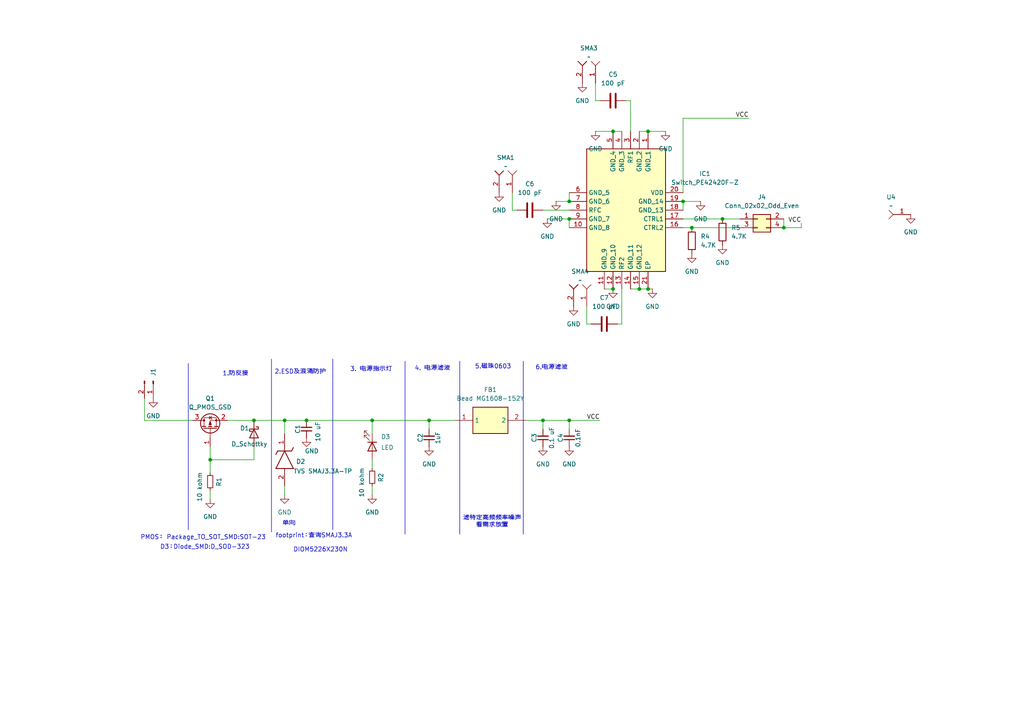
<source format=kicad_sch>
(kicad_sch (version 20231120) (generator "eeschema") (generator_version "8.0")
  (paper "A4")
  (lib_symbols
    (symbol "Connector:Conn_01x02_Pin" (pin_names (offset 1.016) hide)
      (property "Reference" "J" (at 0 2.54 0))
      (property "Value" "Conn_01x02_Pin" (at 0 -5.08 0))
      (symbol "Conn_01x02_Pin_1_1"
        (polyline (pts (xy 1.27 -2.54) (xy 0.8636 -2.54)) (stroke (width 0.1524)))
        (polyline (pts (xy 1.27 0) (xy 0.8636 0)) (stroke (width 0.1524)))
        (rectangle (start 0.8636 -2.413) (end 0 -2.667) (stroke (width 0.1524)) (fill (type outline)))
        (rectangle (start 0.8636 0.127) (end 0 -0.127) (stroke (width 0.1524)) (fill (type outline)))
        (pin passive line (at 5.08 0 180) (length 3.81) (name "Pin_1") (number "1"))
        (pin passive line (at 5.08 -2.54 180) (length 3.81) (name "Pin_2") (number "2"))
      )
    )
    (symbol "Connector_Generic:Conn_02x02_Odd_Even" (pin_names (offset 1.016) hide)
      (property "Reference" "J" (at 1.27 2.54 0))
      (property "Value" "Conn_02x02_Odd_Even" (at 1.27 -5.08 0))
      (symbol "Conn_02x02_Odd_Even_1_1"
        (rectangle (start -1.27 -2.413) (end 0 -2.667) (stroke (width 0.1524)))
        (rectangle (start -1.27 0.127) (end 0 -0.127) (stroke (width 0.1524)))
        (rectangle (start -1.27 1.27) (end 3.81 -3.81) (stroke (width 0.254)) (fill (type background)))
        (rectangle (start 3.81 -2.413) (end 2.54 -2.667) (stroke (width 0.1524)))
        (rectangle (start 3.81 0.127) (end 2.54 -0.127) (stroke (width 0.1524)))
        (pin passive line (at -5.08 0 0) (length 3.81) (name "Pin_1") (number "1"))
        (pin passive line (at 7.62 0 180) (length 3.81) (name "Pin_2") (number "2"))
        (pin passive line (at -5.08 -2.54 0) (length 3.81) (name "Pin_3") (number "3"))
        (pin passive line (at 7.62 -2.54 180) (length 3.81) (name "Pin_4") (number "4"))
      )
    )
    (symbol "Device:C" (pin_numbers hide) (pin_names (offset 0.254))
      (property "Reference" "C" (at 0.635 2.54 0))
      (property "Value" "C" (at 0.635 -2.54 0))
      (symbol "C_0_1"
        (polyline (pts (xy -2.032 -0.762) (xy 2.032 -0.762)) (stroke (width 0.508)))
        (polyline (pts (xy -2.032 0.762) (xy 2.032 0.762)) (stroke (width 0.508)))
      )
      (symbol "C_1_1"
        (pin passive line (at 0 3.81 270) (length 2.794) (name "~") (number "1"))
        (pin passive line (at 0 -3.81 90) (length 2.794) (name "~") (number "2"))
      )
    )
    (symbol "Device:C_Small" (pin_numbers hide) (pin_names (offset 0.254) hide)
      (property "Reference" "C" (at 0.254 1.778 0))
      (property "Value" "C_Small" (at 0.254 -2.032 0))
      (symbol "C_Small_0_1"
        (polyline (pts (xy -1.524 -0.508) (xy 1.524 -0.508)) (stroke (width 0.3302)))
        (polyline (pts (xy -1.524 0.508) (xy 1.524 0.508)) (stroke (width 0.3048)))
      )
      (symbol "C_Small_1_1"
        (pin passive line (at 0 2.54 270) (length 2.032) (name "~") (number "1"))
        (pin passive line (at 0 -2.54 90) (length 2.032) (name "~") (number "2"))
      )
    )
    (symbol "Device:D_Schottky" (pin_numbers hide) (pin_names (offset 1.016) hide)
      (property "Reference" "D" (at 0 2.54 0))
      (property "Value" "D_Schottky" (at 0 -2.54 0))
      (symbol "D_Schottky_0_1"
        (polyline (pts (xy 1.27 0) (xy -1.27 0)))
        (polyline (pts (xy 1.27 1.27) (xy 1.27 -1.27) (xy -1.27 0) (xy 1.27 1.27)) (stroke (width 0.254)))
        (polyline (pts (xy -1.905 0.635) (xy -1.905 1.27) (xy -1.27 1.27) (xy -1.27 -1.27) (xy -0.635 -1.27) (xy -0.635 -0.635)) (stroke (width 0.254)))
      )
      (symbol "D_Schottky_1_1"
        (pin passive line (at -3.81 0 0) (length 2.54) (name "K") (number "1"))
        (pin passive line (at 3.81 0 180) (length 2.54) (name "A") (number "2"))
      )
    )
    (symbol "Device:LED" (pin_numbers hide) (pin_names (offset 1.016) hide)
      (property "Reference" "D" (at 0 2.54 0))
      (property "Value" "LED" (at 0 -2.54 0))
      (symbol "LED_0_1"
        (polyline (pts (xy -1.27 -1.27) (xy -1.27 1.27)) (stroke (width 0.254)))
        (polyline (pts (xy -1.27 0) (xy 1.27 0)))
        (polyline (pts (xy 1.27 -1.27) (xy 1.27 1.27) (xy -1.27 0) (xy 1.27 -1.27)) (stroke (width 0.254)))
        (polyline (pts (xy -3.048 -0.762) (xy -4.572 -2.286) (xy -3.81 -2.286) (xy -4.572 -2.286) (xy -4.572 -1.524)))
        (polyline (pts (xy -1.778 -0.762) (xy -3.302 -2.286) (xy -2.54 -2.286) (xy -3.302 -2.286) (xy -3.302 -1.524)))
      )
      (symbol "LED_1_1"
        (pin passive line (at -3.81 0 0) (length 2.54) (name "K") (number "1"))
        (pin passive line (at 3.81 0 180) (length 2.54) (name "A") (number "2"))
      )
    )
    (symbol "Device:Q_PMOS_GSD" (pin_names (offset 0) hide)
      (property "Reference" "Q" (at 5.08 1.27 0))
      (property "Value" "Q_PMOS_GSD" (at 5.08 -1.27 0))
      (symbol "Q_PMOS_GSD_0_1"
        (polyline (pts (xy 0.254 0) (xy -2.54 0)))
        (polyline (pts (xy 0.254 1.905) (xy 0.254 -1.905)) (stroke (width 0.254)))
        (polyline (pts (xy 0.762 -1.27) (xy 0.762 -2.286)) (stroke (width 0.254)))
        (polyline (pts (xy 0.762 0.508) (xy 0.762 -0.508)) (stroke (width 0.254)))
        (polyline (pts (xy 0.762 2.286) (xy 0.762 1.27)) (stroke (width 0.254)))
        (polyline (pts (xy 2.54 2.54) (xy 2.54 1.778)))
        (polyline (pts (xy 2.54 -2.54) (xy 2.54 0) (xy 0.762 0)))
        (polyline (pts (xy 0.762 1.778) (xy 3.302 1.778) (xy 3.302 -1.778) (xy 0.762 -1.778)))
        (polyline (pts (xy 2.286 0) (xy 1.27 0.381) (xy 1.27 -0.381) (xy 2.286 0)) (fill (type outline)))
        (polyline (pts (xy 2.794 -0.508) (xy 2.921 -0.381) (xy 3.683 -0.381) (xy 3.81 -0.254)))
        (polyline (pts (xy 3.302 -0.381) (xy 2.921 0.254) (xy 3.683 0.254) (xy 3.302 -0.381)))
        (circle (center 1.651 0) (radius 2.794) (stroke (width 0.254)))
        (circle (center 2.54 -1.778) (radius 0.254) (fill (type outline)))
        (circle (center 2.54 1.778) (radius 0.254) (fill (type outline)))
      )
      (symbol "Q_PMOS_GSD_1_1"
        (pin input line (at -5.08 0 0) (length 2.54) (name "G") (number "1"))
        (pin passive line (at 2.54 -5.08 90) (length 2.54) (name "S") (number "2"))
        (pin passive line (at 2.54 5.08 270) (length 2.54) (name "D") (number "3"))
      )
    )
    (symbol "Device:R" (pin_numbers hide) (pin_names (offset 0))
      (property "Reference" "R" (at 2.032 0 90))
      (property "Value" "R" (at 0 0 90))
      (symbol "R_0_1"
        (rectangle (start -1.016 -2.54) (end 1.016 2.54) (stroke (width 0.254)))
      )
      (symbol "R_1_1"
        (pin passive line (at 0 3.81 270) (length 1.27) (name "~") (number "1"))
        (pin passive line (at 0 -3.81 90) (length 1.27) (name "~") (number "2"))
      )
    )
    (symbol "Device:R_Small" (pin_numbers hide) (pin_names (offset 0.254) hide)
      (property "Reference" "R" (at 0.762 0.508 0))
      (property "Value" "R_Small" (at 0.762 -1.016 0))
      (symbol "R_Small_0_1"
        (rectangle (start -0.762 1.778) (end 0.762 -1.778) (stroke (width 0.2032)))
      )
      (symbol "R_Small_1_1"
        (pin passive line (at 0 2.54 270) (length 0.762) (name "~") (number "1"))
        (pin passive line (at 0 -2.54 90) (length 0.762) (name "~") (number "2"))
      )
    )
    (symbol "MUSIC_LAB:Bead MG1608-152Y"
      (property "Reference" "FB" (at 16.51 7.62 0))
      (property "Value" "Bead MG1608-152Y" (at 16.51 5.08 0))
      (symbol "Bead MG1608-152Y_1_1"
        (rectangle (start 5.08 2.54) (end 15.24 -5.08) (stroke (width 0.254)) (fill (type background)))
        (pin passive line (at 0 -1.27 0) (length 5.08) (name "1") (number "1"))
        (pin passive line (at 20.32 -1.27 180) (length 5.08) (name "2") (number "2"))
      )
    )
    (symbol "MUSIC_LAB:SMA"
      (property "Reference" "SMA" (at 1.27 -1.27 0))
      (symbol "SMA_0_1"
        (polyline (pts (xy -1.27 1.27) (xy -2.54 0)))
        (polyline (pts (xy -1.27 1.27) (xy -2.54 0)))
        (polyline (pts (xy -1.27 1.27) (xy -2.54 0)))
        (polyline (pts (xy -1.27 1.27) (xy -2.54 0)))
        (polyline (pts (xy -1.27 1.27) (xy -2.54 2.54)))
        (polyline (pts (xy -1.27 1.27) (xy -2.54 2.54)))
        (polyline (pts (xy -1.27 1.27) (xy -2.54 2.54)))
        (polyline (pts (xy -1.27 1.27) (xy -2.54 2.54)))
        (polyline (pts (xy -1.27 5.08) (xy -2.54 3.81)))
        (polyline (pts (xy -1.27 5.08) (xy -2.54 6.35)))
      )
      (symbol "SMA_1_1"
        (pin passive line (at 3.81 5.08 180) (length 5.08) (name "") (number "1"))
        (pin passive line (at 3.81 1.27 180) (length 5.08) (name "") (number "2"))
      )
    )
    (symbol "MUSIC_LAB:Switch_PE42420F-Z"
      (property "Reference" "IC" (at 29.21 17.78 0))
      (property "Value" "Switch_PE42420F-Z" (at 29.21 15.24 0))
      (symbol "Switch_PE42420F-Z_1_1"
        (rectangle (start 5.08 12.7) (end 27.94 -22.86) (stroke (width 0.254)) (fill (type background)))
        (pin passive line (at 10.16 -27.94 90) (length 5.08) (name "GND_1") (number "1"))
        (pin passive line (at 33.02 0 180) (length 5.08) (name "GND_8") (number "10"))
        (pin passive line (at 22.86 17.78 270) (length 5.08) (name "GND_9") (number "11"))
        (pin passive line (at 20.32 17.78 270) (length 5.08) (name "GND_10") (number "12"))
        (pin passive line (at 17.78 17.78 270) (length 5.08) (name "RF2") (number "13"))
        (pin passive line (at 15.24 17.78 270) (length 5.08) (name "GND_11") (number "14"))
        (pin passive line (at 12.7 17.78 270) (length 5.08) (name "GND_12") (number "15"))
        (pin passive line (at 0 0 0) (length 5.08) (name "CTRL2") (number "16"))
        (pin passive line (at 0 -2.54 0) (length 5.08) (name "CTRL1") (number "17"))
        (pin passive line (at 0 -5.08 0) (length 5.08) (name "GND_13") (number "18"))
        (pin passive line (at 0 -7.62 0) (length 5.08) (name "GND_14") (number "19"))
        (pin passive line (at 12.7 -27.94 90) (length 5.08) (name "GND_2") (number "2"))
        (pin passive line (at 0 -10.16 0) (length 5.08) (name "VDD") (number "20"))
        (pin passive line (at 10.16 17.78 270) (length 5.08) (name "EP") (number "21"))
        (pin passive line (at 15.24 -27.94 90) (length 5.08) (name "RF1") (number "3"))
        (pin passive line (at 17.78 -27.94 90) (length 5.08) (name "GND_3") (number "4"))
        (pin passive line (at 20.32 -27.94 90) (length 5.08) (name "GND_4") (number "5"))
        (pin passive line (at 33.02 -10.16 180) (length 5.08) (name "GND_5") (number "6"))
        (pin passive line (at 33.02 -7.62 180) (length 5.08) (name "GND_6") (number "7"))
        (pin passive line (at 33.02 -5.08 180) (length 5.08) (name "RFC") (number "8"))
        (pin passive line (at 33.02 -2.54 180) (length 5.08) (name "GND_7") (number "9"))
      )
    )
    (symbol "MUSIC_LAB:TVS SMAJ3.3A-TP" (pin_names hide)
      (property "Reference" "D" (at 10.16 8.89 0))
      (property "Value" "TVS SMAJ3.3A-TP" (at 2.54 6.096 0))
      (symbol "TVS SMAJ3.3A-TP_1_1"
        (polyline (pts (xy 4.064 2.54) (xy 5.08 2.032)) (stroke (width 0.254)))
        (polyline (pts (xy 5.08 -2.032) (xy 5.08 2.032)) (stroke (width 0.254)))
        (polyline (pts (xy 5.08 -2.032) (xy 6.096 -2.54)) (stroke (width 0.254)))
        (polyline (pts (xy 5.08 0) (xy 10.16 2.54)) (stroke (width 0.254)))
        (polyline (pts (xy 10.16 -2.54) (xy 5.08 0)) (stroke (width 0.254)))
        (polyline (pts (xy 10.16 -2.54) (xy 10.16 2.54)) (stroke (width 0.254)))
        (pin passive line (at 0 0 0) (length 5.08) (name "K") (number "1"))
        (pin passive line (at 15.24 0 180) (length 5.08) (name "A") (number "2"))
      )
    )
    (symbol "MUSIC_LAB:Via_GND"
      (property "Reference" "U" (at 0 0 0))
      (symbol "Via_GND_0_1"
        (polyline (pts (xy -3.81 3.81) (xy -5.08 2.54)))
        (polyline (pts (xy -3.81 3.81) (xy -5.08 5.08)))
      )
      (symbol "Via_GND_1_1"
        (pin passive line (at 1.27 3.81 180) (length 5.08) (name "") (number "1"))
      )
    )
    (symbol "power:GND" (power) (pin_numbers hide) (pin_names (offset 0) hide)
      (property "Value" "GND" (at 0 -3.81 0))
      (symbol "GND_0_1"
        (polyline (pts (xy 0 0) (xy 0 -1.27) (xy 1.27 -1.27) (xy 0 -2.54) (xy -1.27 -1.27) (xy 0 -1.27)))
      )
      (symbol "GND_1_1"
        (pin power_in line (at 0 0 270) (length 0) (name "~") (number "1"))
      )
    )
  )
  (junction (at 187.96 38.1))
  (junction (at 82.55 121.92))
  (junction (at 60.96 133.35))
  (junction (at 177.8 83.82))
  (junction (at 198.12 58.42))
  (junction (at 165.1 63.5))
  (junction (at 185.42 83.82))
  (junction (at 107.95 121.92))
  (junction (at 187.96 83.82))
  (junction (at 200.66 66.04))
  (junction (at 124.46 121.92))
  (junction (at 227.33 66.04))
  (junction (at 73.66 121.92))
  (junction (at 177.8 38.1))
  (junction (at 88.9 121.92))
  (junction (at 165.1 58.42))
  (junction (at 157.48 121.92))
  (junction (at 209.55 63.5))
  (junction (at 165.1 121.92))
  (wire (pts (xy 198.12 66.04) (xy 200.66 66.04)))
  (wire (pts (xy 82.55 125.73) (xy 82.55 121.92)))
  (polyline (pts (xy 117.475 104.775) (xy 117.475 154.94)))
  (wire (pts (xy 182.88 29.21) (xy 182.88 38.1)))
  (wire (pts (xy 181.61 29.21) (xy 182.88 29.21)))
  (wire (pts (xy 157.48 121.92) (xy 165.1 121.92)))
  (wire (pts (xy 198.12 34.29) (xy 217.17 34.29)))
  (wire (pts (xy 66.04 121.92) (xy 73.66 121.92)))
  (wire (pts (xy 180.34 83.82) (xy 180.34 93.98)))
  (wire (pts (xy 73.66 133.35) (xy 60.96 133.35)))
  (wire (pts (xy 157.48 121.92) (xy 157.48 124.46)))
  (wire (pts (xy 107.95 125.73) (xy 107.95 121.92)))
  (wire (pts (xy 173.99 29.21) (xy 172.72 29.21)))
  (wire (pts (xy 107.95 121.92) (xy 124.46 121.92)))
  (wire (pts (xy 82.55 143.51) (xy 82.55 140.97)))
  (wire (pts (xy 165.1 63.5) (xy 165.1 66.04)))
  (wire (pts (xy 60.96 137.16) (xy 60.96 133.35)))
  (wire (pts (xy 165.1 121.92) (xy 173.99 121.92)))
  (wire (pts (xy 148.59 55.88) (xy 148.59 60.96)))
  (wire (pts (xy 198.12 55.88) (xy 198.12 34.29)))
  (wire (pts (xy 187.96 83.82) (xy 189.23 83.82)))
  (wire (pts (xy 165.1 121.92) (xy 165.1 124.46)))
  (polyline (pts (xy 151.765 104.775) (xy 151.765 154.94)))
  (wire (pts (xy 198.12 58.42) (xy 203.2 58.42)))
  (wire (pts (xy 107.95 143.51) (xy 107.95 140.97)))
  (polyline (pts (xy 133.35 104.775) (xy 133.35 154.94)))
  (wire (pts (xy 152.4 121.92) (xy 157.48 121.92)))
  (wire (pts (xy 185.42 83.82) (xy 187.96 83.82)))
  (wire (pts (xy 172.72 38.1) (xy 177.8 38.1)))
  (wire (pts (xy 124.46 121.92) (xy 132.08 121.92)))
  (wire (pts (xy 170.18 88.9) (xy 170.18 93.98)))
  (wire (pts (xy 41.91 121.92) (xy 55.88 121.92)))
  (wire (pts (xy 165.1 58.42) (xy 161.29 58.42)))
  (wire (pts (xy 171.45 93.98) (xy 170.18 93.98)))
  (wire (pts (xy 209.55 63.5) (xy 214.63 63.5)))
  (wire (pts (xy 177.8 38.1) (xy 180.34 38.1)))
  (wire (pts (xy 124.46 121.92) (xy 124.46 124.46)))
  (wire (pts (xy 180.34 93.98) (xy 179.07 93.98)))
  (wire (pts (xy 232.41 66.04) (xy 227.33 66.04)))
  (wire (pts (xy 165.1 55.88) (xy 165.1 58.42)))
  (wire (pts (xy 60.96 144.78) (xy 60.96 142.24)))
  (wire (pts (xy 149.86 60.96) (xy 148.59 60.96)))
  (wire (pts (xy 227.33 63.5) (xy 227.33 66.04)))
  (wire (pts (xy 73.66 121.92) (xy 82.55 121.92)))
  (wire (pts (xy 165.1 63.5) (xy 158.75 63.5)))
  (wire (pts (xy 187.96 38.1) (xy 193.04 38.1)))
  (wire (pts (xy 198.12 58.42) (xy 198.12 60.96)))
  (wire (pts (xy 73.66 129.54) (xy 73.66 133.35)))
  (polyline (pts (xy 78.74 104.14) (xy 78.74 154.305)))
  (wire (pts (xy 60.96 133.35) (xy 60.96 129.54)))
  (polyline (pts (xy 54.61 105.41) (xy 54.61 153.67)))
  (wire (pts (xy 232.41 64.77) (xy 232.41 66.04)))
  (wire (pts (xy 185.42 38.1) (xy 187.96 38.1)))
  (wire (pts (xy 182.88 83.82) (xy 185.42 83.82)))
  (wire (pts (xy 88.9 121.92) (xy 107.95 121.92)))
  (wire (pts (xy 172.72 24.13) (xy 172.72 29.21)))
  (wire (pts (xy 41.91 121.92) (xy 41.91 115.57)))
  (polyline (pts (xy 96.52 104.14) (xy 96.52 153.67)))
  (wire (pts (xy 107.95 135.89) (xy 107.95 133.35)))
  (wire (pts (xy 175.26 83.82) (xy 177.8 83.82)))
  (wire (pts (xy 165.1 60.96) (xy 157.48 60.96)))
  (wire (pts (xy 198.12 63.5) (xy 209.55 63.5)))
  (wire (pts (xy 82.55 121.92) (xy 88.9 121.92)))
  (wire (pts (xy 200.66 66.04) (xy 214.63 66.04)))
  (text "单向" (at 83.82 151.892 0) (effects (font (size 1.27 1.27))))
  (text "1.防反接" (at 68.326 108.458 0) (effects (font (size 1.27 1.27))))
  (text "PMOS： Package_TO_SOT_SMD:SOT-23" (at 58.928 155.956 0) (effects (font (size 1.27 1.27))))
  (text "footprint：查询SMAJ3.3A    \n\nDIOM5226X230N" (at 92.964 157.48 0) (effects (font (size 1.27 1.27))))
  (text "4. 电源滤波" (at 125.476 106.934 0) (effects (font (size 1.27 1.27))))
  (text "D3：Diode_SMD:D_SOD-323" (at 59.436 158.75 0) (effects (font (size 1.27 1.27))))
  (text "3. 电源指示灯" (at 107.696 107.188 0) (effects (font (size 1.27 1.27))))
  (text "滤特定高频频率噪声\n看需求放置" (at 142.748 151.384 0) (effects (font (size 1.27 1.27))))
  (text "5.磁珠0603" (at 143.002 106.426 0) (effects (font (size 1.27 1.27))))
  (text "6.电源滤波" (at 160.02 106.68 0) (effects (font (size 1.27 1.27))))
  (text "2.ESD及浪涌防护" (at 87.122 107.95 0) (effects (font (size 1.27 1.27))))
  (label "VCC" (at 232.41 64.77 180))
  (label "VCC" (at 173.99 121.92 180))
  (label "VCC" (at 217.17 34.29 180))
  (symbol (lib_id "power:GND") (at 264.16 62.23 0) (mirror y) (unit 1)
    (property "Reference" "#PWR029" (effects (hide yes)))
    (property "Value" "GND" (at 264.16 67.31 0))
    (property "Description" "Power symbol creates a global label with name \"GND\" , ground" (effects (hide yes)))
  )
  (symbol (lib_id "power:GND") (at 44.45 115.57 0) (unit 1)
    (property "Reference" "#PWR01" (effects (hide yes)))
    (property "Value" "GND" (at 44.45 120.65 0))
    (property "Description" "Power symbol creates a global label with name \"GND\" , ground" (effects (hide yes)))
  )
  (symbol (lib_id "power:GND") (at 166.37 88.9 0) (unit 1)
    (property "Reference" "#PWR010" (effects (hide yes)))
    (property "Value" "GND" (at 166.37 93.98 0))
    (property "Description" "Power symbol creates a global label with name \"GND\" , ground" (effects (hide yes)))
  )
  (symbol (lib_id "Device:R") (at 209.55 67.31 180) (unit 1)
    (property "Reference" "R5" (at 212.09 66.0399 0) (effects (justify right)))
    (property "Value" "4.7K" (at 212.09 68.5799 0) (effects (justify right)))
    (property "Footprint" "Resistor_SMD:R_0402_1005Metric" (effects (hide yes)))
    (property "Description" "Resistor" (effects (hide yes)))
  )
  (symbol (lib_id "power:GND") (at 157.48 129.54 0) (unit 1)
    (property "Reference" "#PWR016" (effects (hide yes)))
    (property "Value" "GND" (at 157.48 134.62 0))
    (property "Description" "Power symbol creates a global label with name \"GND\" , ground" (effects (hide yes)))
  )
  (symbol (lib_id "power:GND") (at 60.96 144.78 0) (unit 1)
    (property "Reference" "#PWR02" (effects (hide yes)))
    (property "Value" "GND" (at 60.96 149.86 0))
    (property "Description" "Power symbol creates a global label with name \"GND\" , ground" (effects (hide yes)))
  )
  (symbol (lib_id "Device:C") (at 177.8 29.21 90) (unit 1)
    (property "Reference" "C5" (at 177.8 21.59 90))
    (property "Value" "100 pF" (at 177.8 24.13 90))
    (property "Footprint" "Capacitor_SMD:C_0402_1005Metric" (effects (hide yes)))
    (property "Description" "Unpolarized capacitor" (effects (hide yes)))
  )
  (symbol (lib_id "Device:Q_PMOS_GSD") (at 60.96 124.46 90) (unit 1)
    (property "Reference" "Q1" (at 60.96 115.57 90))
    (property "Value" "Q_PMOS_GSD" (at 60.96 118.11 90))
    (property "Footprint" "Package_TO_SOT_SMD:SOT-23" (effects (hide yes)))
    (property "Description" "P-MOSFET transistor, gate/source/drain" (effects (hide yes)))
  )
  (symbol (lib_id "MUSIC_LAB:SMA") (at 143.51 52.07 270) (unit 1)
    (property "Reference" "SMA1" (at 146.685 45.72 90))
    (property "Value" "~" (at 146.685 48.26 90))
    (property "Footprint" "MUSIC_Lab:SMA_KHD_Back" (effects (hide yes)))
  )
  (symbol (lib_id "Device:C") (at 175.26 93.98 90) (unit 1)
    (property "Reference" "C7" (at 175.26 86.36 90))
    (property "Value" "100 pF" (at 175.26 88.9 90))
    (property "Footprint" "Capacitor_SMD:C_0402_1005Metric" (effects (hide yes)))
    (property "Description" "Unpolarized capacitor" (effects (hide yes)))
  )
  (symbol (lib_id "Device:LED") (at 107.95 129.54 270) (unit 1)
    (property "Reference" "D3" (at 110.49 126.6824 90) (effects (justify left)))
    (property "Value" "LED" (at 110.49 129.794 90) (effects (justify left)))
    (property "Footprint" "LED_SMD:LED_0603_1608Metric_Pad1.05x0.95mm_HandSolder" (effects (hide yes)))
    (property "Description" "Light emitting diode" (effects (hide yes)))
  )
  (symbol (lib_id "power:GND") (at 200.66 73.66 0) (mirror y) (unit 1)
    (property "Reference" "#PWR021" (effects (hide yes)))
    (property "Value" "GND" (at 200.66 78.74 0))
    (property "Description" "Power symbol creates a global label with name \"GND\" , ground" (effects (hide yes)))
  )
  (symbol (lib_id "power:GND") (at 161.29 58.42 0) (unit 1)
    (property "Reference" "#PWR09" (effects (hide yes)))
    (property "Value" "GND" (at 161.29 63.5 0))
    (property "Description" "Power symbol creates a global label with name \"GND\" , ground" (effects (hide yes)))
  )
  (symbol (lib_id "power:GND") (at 177.8 83.82 0) (unit 1)
    (property "Reference" "#PWR012" (effects (hide yes)))
    (property "Value" "GND" (at 177.8 88.9 0))
    (property "Description" "Power symbol creates a global label with name \"GND\" , ground" (effects (hide yes)))
  )
  (symbol (lib_id "power:GND") (at 107.95 143.51 0) (unit 1)
    (property "Reference" "#PWR08" (effects (hide yes)))
    (property "Value" "GND" (at 107.95 148.59 0))
    (property "Description" "Power symbol creates a global label with name \"GND\" , ground" (effects (hide yes)))
  )
  (symbol (lib_id "power:GND") (at 82.55 143.51 0) (unit 1)
    (property "Reference" "#PWR04" (effects (hide yes)))
    (property "Value" "GND" (at 82.55 148.59 0))
    (property "Description" "Power symbol creates a global label with name \"GND\" , ground" (effects (hide yes)))
  )
  (symbol (lib_id "MUSIC_LAB:Switch_PE42420F-Z") (at 198.12 66.04 180) (unit 1)
    (property "Reference" "IC1" (at 204.47 50.3838 0))
    (property "Value" "Switch_PE42420F-Z" (at 204.47 52.9238 0))
    (property "Footprint" "MUSIC_Lab:Switch_PE42420FZ" (effects (hide yes)))
    (property "Datasheet" "https://www.psemi.com/pdf/datasheets/pe42420ds.pdf" (effects (hide yes)))
    (property "Description" "RF Switch IC SPDT 6 GHz 50Ohm 20-LGA (4x4)" (effects (hide yes)))
    (property "Height" "1.01" (effects (hide yes)))
    (property "Manufacturer_Name" "Peregrine Semiconductor" (effects (hide yes)))
    (property "Manufacturer_Part_Number" "PE42420F-Z" (effects (hide yes)))
  )
  (symbol (lib_id "MUSIC_LAB:SMA") (at 167.64 20.32 270) (unit 1)
    (property "Reference" "SMA3" (at 170.815 13.97 90))
    (property "Value" "~" (at 170.815 16.51 90))
    (property "Footprint" "MUSIC_Lab:SMA_KHD_Back" (effects (hide yes)))
  )
  (symbol (lib_id "Device:R") (at 200.66 69.85 180) (unit 1)
    (property "Reference" "R4" (at 203.2 68.5799 0) (effects (justify right)))
    (property "Value" "4.7K" (at 203.2 71.1199 0) (effects (justify right)))
    (property "Footprint" "Resistor_SMD:R_0402_1005Metric" (effects (hide yes)))
    (property "Description" "Resistor" (effects (hide yes)))
  )
  (symbol (lib_id "power:GND") (at 209.55 71.12 0) (mirror y) (unit 1)
    (property "Reference" "#PWR022" (effects (hide yes)))
    (property "Value" "GND" (at 209.55 76.2 0))
    (property "Description" "Power symbol creates a global label with name \"GND\" , ground" (effects (hide yes)))
  )
  (symbol (lib_id "Device:C_Small") (at 88.9 124.46 180) (unit 1)
    (property "Reference" "C1" (at 86.36 124.46 90))
    (property "Value" "10 uF" (at 92.202 125.222 90))
    (property "Footprint" "Capacitor_SMD:C_0402_1005Metric" (effects (hide yes)))
    (property "Description" "Unpolarized capacitor, small symbol" (effects (hide yes)))
  )
  (symbol (lib_id "power:GND") (at 168.91 24.13 0) (unit 1)
    (property "Reference" "#PWR03" (effects (hide yes)))
    (property "Value" "GND" (at 168.91 29.21 0))
    (property "Description" "Power symbol creates a global label with name \"GND\" , ground" (effects (hide yes)))
  )
  (symbol (lib_id "MUSIC_LAB:SMA") (at 165.1 85.09 270) (unit 1)
    (property "Reference" "SMA4" (at 168.275 78.74 90))
    (property "Value" "~" (at 168.275 81.28 90))
    (property "Footprint" "MUSIC_Lab:SMA_KHD_Back" (effects (hide yes)))
  )
  (symbol (lib_id "Connector_Generic:Conn_02x02_Odd_Even") (at 219.71 63.5 0) (unit 1)
    (property "Reference" "J4" (at 220.98 57.15 0))
    (property "Value" "Conn_02x02_Odd_Even" (at 220.98 59.69 0))
    (property "Footprint" "Connector_PinSocket_2.54mm:PinSocket_2x02_P2.54mm_Vertical" (effects (hide yes)))
    (property "Description" "Generic connector, double row, 02x02, odd/even pin numbering scheme (row 1 odd numbers, row 2 even numbers), script generated (kicad-library-utils/schlib/autogen/connector/)" (effects (hide yes)))
  )
  (symbol (lib_id "power:GND") (at 88.9 127 0) (unit 1)
    (property "Reference" "#PWR06" (effects (hide yes)))
    (property "Value" "GND" (at 90.424 130.81 0))
    (property "Description" "Power symbol creates a global label with name \"GND\" , ground" (effects (hide yes)))
  )
  (symbol (lib_id "power:GND") (at 189.23 83.82 0) (unit 1)
    (property "Reference" "#PWR011" (effects (hide yes)))
    (property "Value" "GND" (at 189.23 88.9 0))
    (property "Description" "Power symbol creates a global label with name \"GND\" , ground" (effects (hide yes)))
  )
  (symbol (lib_id "Device:C_Small") (at 165.1 127 180) (unit 1)
    (property "Reference" "C4" (at 162.56 127 90))
    (property "Value" "0.1nF" (at 167.64 127 90))
    (property "Footprint" "Capacitor_SMD:C_0402_1005Metric" (effects (hide yes)))
    (property "Description" "Unpolarized capacitor, small symbol" (effects (hide yes)))
  )
  (symbol (lib_id "power:GND") (at 124.46 129.54 0) (unit 1)
    (property "Reference" "#PWR013" (effects (hide yes)))
    (property "Value" "GND" (at 124.46 134.62 0))
    (property "Description" "Power symbol creates a global label with name \"GND\" , ground" (effects (hide yes)))
  )
  (symbol (lib_id "power:GND") (at 144.78 55.88 0) (unit 1)
    (property "Reference" "#PWR05" (effects (hide yes)))
    (property "Value" "GND" (at 144.78 60.96 0))
    (property "Description" "Power symbol creates a global label with name \"GND\" , ground" (effects (hide yes)))
  )
  (symbol (lib_id "power:GND") (at 172.72 38.1 0) (unit 1)
    (property "Reference" "#PWR014" (effects (hide yes)))
    (property "Value" "GND" (at 172.72 43.18 0))
    (property "Description" "Power symbol creates a global label with name \"GND\" , ground" (effects (hide yes)))
  )
  (symbol (lib_id "power:GND") (at 193.04 38.1 0) (unit 1)
    (property "Reference" "#PWR015" (effects (hide yes)))
    (property "Value" "GND" (at 193.04 43.18 0))
    (property "Description" "Power symbol creates a global label with name \"GND\" , ground" (effects (hide yes)))
  )
  (symbol (lib_id "Device:C_Small") (at 124.46 127 180) (unit 1)
    (property "Reference" "C2" (at 121.92 127 90))
    (property "Value" "1uF" (at 127 127 90))
    (property "Footprint" "Capacitor_SMD:C_0402_1005Metric" (effects (hide yes)))
    (property "Description" "Unpolarized capacitor, small symbol" (effects (hide yes)))
  )
  (symbol (lib_id "MUSIC_LAB:Via_GND") (at 262.89 66.04 0) (unit 1)
    (property "Reference" "U4" (at 258.445 57.15 0))
    (property "Value" "~" (at 258.445 59.69 0))
    (property "Footprint" "MUSIC_Lab:Outline_3x2_cavity_1.5mm" (effects (hide yes)))
  )
  (symbol (lib_id "Device:D_Schottky") (at 73.66 125.73 270) (unit 1)
    (property "Reference" "D1" (at 69.596 124.206 90) (effects (justify left)))
    (property "Value" "D_Schottky" (at 67.056 128.778 90) (effects (justify left)))
    (property "Footprint" "Diode_SMD:D_SOD-323" (effects (hide yes)))
    (property "Description" "Schottky diode" (effects (hide yes)))
  )
  (symbol (lib_id "power:GND") (at 165.1 129.54 0) (unit 1)
    (property "Reference" "#PWR017" (effects (hide yes)))
    (property "Value" "GND" (at 165.1 134.62 0))
    (property "Description" "Power symbol creates a global label with name \"GND\" , ground" (effects (hide yes)))
  )
  (symbol (lib_id "Device:R_Small") (at 60.96 139.7 180) (unit 1)
    (property "Reference" "R1" (at 63.5 138.43 90) (effects (justify left)))
    (property "Value" "10 kohm" (at 57.912 136.906 90) (effects (justify left)))
    (property "Footprint" "Resistor_SMD:R_0402_1005Metric" (effects (hide yes)))
    (property "Description" "Resistor, small symbol" (effects (hide yes)))
  )
  (symbol (lib_id "MUSIC_LAB:TVS SMAJ3.3A-TP") (at 82.55 125.73 270) (unit 1)
    (property "Reference" "D2" (at 85.852 133.858 90) (effects (justify left)))
    (property "Value" "TVS SMAJ3.3A-TP" (at 85.09 136.652 90) (effects (justify left)))
    (property "Footprint" "MUSIC_Lab:TVS DIOM5226X230N" (effects (hide yes)))
    (property "Datasheet" "https://www.mccsemi.com/pdf/Products/SMAJ5.0A-SMAJ440CA(SMA).pdf" (effects (hide yes)))
    (property "Description" "TVS" (effects (hide yes)))
    (property "Height" "2.3" (effects (hide yes)))
    (property "Mouser Part Number" "833-SMAJ6.0A-TP" (effects (hide yes)))
    (property "Mouser Price/Stock" "https://www.mouser.co.uk/ProductDetail/Micro-Commercial-Components-MCC/SMAJ6.0A-TP?qs=ZNK0BnemlqFcPFigxIydHg%3D%3D" (effects (hide yes)))
    (property "Manufacturer_Name" "MCC" (effects (hide yes)))
    (property "Manufacturer_Part_Number" "SMAJ6.0A-TP" (effects (hide yes)))
  )
  (symbol (lib_id "power:GND") (at 203.2 58.42 0) (mirror y) (unit 1)
    (property "Reference" "#PWR018" (effects (hide yes)))
    (property "Value" "GND" (at 203.2 63.5 0))
    (property "Description" "Power symbol creates a global label with name \"GND\" , ground" (effects (hide yes)))
  )
  (symbol (lib_id "Connector:Conn_01x02_Pin") (at 44.45 110.49 270) (unit 1)
    (property "Reference" "J1" (at 44.45 107.95 0))
    (property "Value" "Conn_01x02_Pin" (effects (hide yes)))
    (property "Footprint" "Connector_JST:JST_XH_B2B-XH-A_1x02_P2.50mm_Vertical" (effects (hide yes)))
    (property "Description" "Generic connector, single row, 01x02, script generated" (effects (hide yes)))
  )
  (symbol (lib_id "Device:R_Small") (at 107.95 138.43 180) (unit 1)
    (property "Reference" "R2" (at 110.49 137.16 90) (effects (justify left)))
    (property "Value" "10 kohm" (at 104.902 135.636 90) (effects (justify left)))
    (property "Footprint" "Resistor_SMD:R_0402_1005Metric" (effects (hide yes)))
    (property "Description" "Resistor, small symbol" (effects (hide yes)))
  )
  (symbol (lib_id "MUSIC_LAB:Bead MG1608-152Y") (at 132.08 120.65 0) (unit 1)
    (property "Reference" "FB1" (at 142.24 113.03 0))
    (property "Value" "Bead MG1608-152Y" (at 142.24 115.57 0))
    (property "Footprint" "MUSIC_Lab:Bead0603 BEADC1608X100N" (effects (hide yes)))
    (property "Datasheet" "https://componentsearchengine.com//MG1608-152Y.pdf" (effects (hide yes)))
    (property "Description" "Ferrite Beads Multi-Layer 1.5KOhm 25% 100MHz 0.05A 0.7Ohm DCR 0603 T/R" (effects (hide yes)))
    (property "Height" "1" (effects (hide yes)))
    (property "Mouser Part Number" "652-MG1608-152Y" (effects (hide yes)))
    (property "Mouser Price/Stock" "https://www.mouser.co.uk/ProductDetail/Bourns/MG1608-152Y?qs=NxuKWO2Bm4ZEn8s1zrbYww%3D%3D" (effects (hide yes)))
    (property "Manufacturer_Name" "Bourns" (effects (hide yes)))
    (property "Manufacturer_Part_Number" "MG1608-152Y" (effects (hide yes)))
  )
  (symbol (lib_id "Device:C_Small") (at 157.48 127 180) (unit 1)
    (property "Reference" "C3" (at 154.94 127 90))
    (property "Value" "0.1 uF" (at 160.02 127 90))
    (property "Footprint" "Capacitor_SMD:C_0402_1005Metric" (effects (hide yes)))
    (property "Description" "Unpolarized capacitor, small symbol" (effects (hide yes)))
  )
  (symbol (lib_id "Device:C") (at 153.67 60.96 90) (unit 1)
    (property "Reference" "C6" (at 153.67 53.34 90))
    (property "Value" "100 pF" (at 153.67 55.88 90))
    (property "Footprint" "Capacitor_SMD:C_0402_1005Metric" (effects (hide yes)))
    (property "Description" "Unpolarized capacitor" (effects (hide yes)))
  )
  (symbol (lib_id "power:GND") (at 158.75 63.5 0) (unit 1)
    (property "Reference" "#PWR07" (effects (hide yes)))
    (property "Value" "GND" (at 158.75 68.58 0))
    (property "Description" "Power symbol creates a global label with name \"GND\" , ground" (effects (hide yes)))
  )
)
</source>
